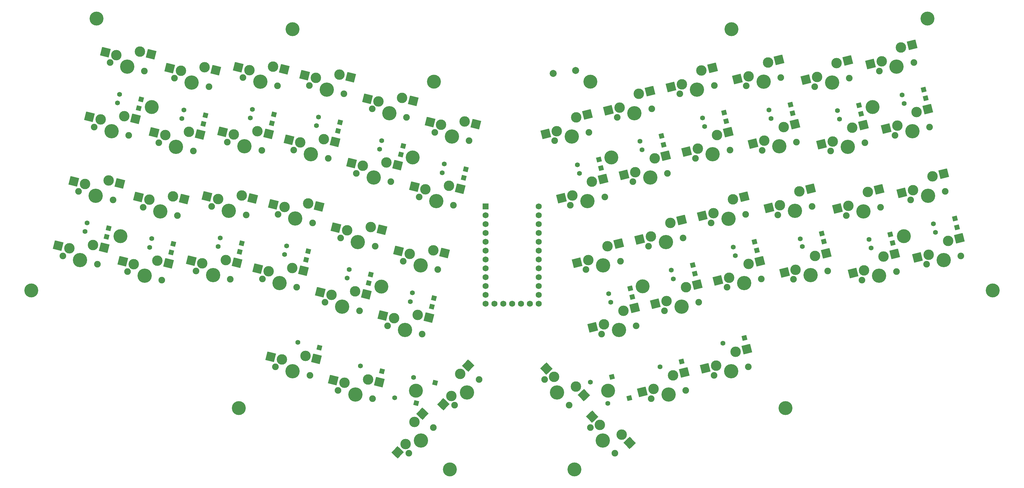
<source format=gbs>
%TF.GenerationSoftware,KiCad,Pcbnew,(6.0.0-0)*%
%TF.CreationDate,2022-01-08T14:54:34+00:00*%
%TF.ProjectId,atreis,61747265-6973-42e6-9b69-6361645f7063,rev?*%
%TF.SameCoordinates,Original*%
%TF.FileFunction,Soldermask,Bot*%
%TF.FilePolarity,Negative*%
%FSLAX46Y46*%
G04 Gerber Fmt 4.6, Leading zero omitted, Abs format (unit mm)*
G04 Created by KiCad (PCBNEW (6.0.0-0)) date 2022-01-08 14:54:34*
%MOMM*%
%LPD*%
G01*
G04 APERTURE LIST*
G04 Aperture macros list*
%AMRotRect*
0 Rectangle, with rotation*
0 The origin of the aperture is its center*
0 $1 length*
0 $2 width*
0 $3 Rotation angle, in degrees counterclockwise*
0 Add horizontal line*
21,1,$1,$2,0,0,$3*%
G04 Aperture macros list end*
%ADD10C,4.000000*%
%ADD11C,1.752600*%
%ADD12R,1.752600X1.752600*%
%ADD13RotRect,2.550000X2.500000X193.669000*%
%ADD14RotRect,2.550000X2.500000X193.670000*%
%ADD15C,4.100000*%
%ADD16C,1.900000*%
%ADD17C,3.000000*%
%ADD18C,2.000000*%
%ADD19RotRect,2.550000X2.500000X166.330000*%
%ADD20RotRect,2.550000X2.500000X133.600000*%
%ADD21RotRect,2.550000X2.500000X226.400000*%
%ADD22C,1.400000*%
%ADD23RotRect,1.400000X1.400000X166.330000*%
%ADD24RotRect,1.400000X1.400000X193.670000*%
G04 APERTURE END LIST*
D10*
%TO.C,REF\u002A\u002A*%
X205841618Y-56205916D03*
%TD*%
%TO.C,REF\u002A\u002A*%
X261797818Y-149931917D03*
%TD*%
%TO.C,REF\u002A\u002A*%
X321259218Y-116099118D03*
%TD*%
%TO.C,REF\u002A\u002A*%
X302564819Y-38044917D03*
%TD*%
%TO.C,REF\u002A\u002A*%
X246329217Y-41143718D03*
%TD*%
%TO.C,REF\u002A\u002A*%
X160961898Y-56169172D03*
%TD*%
%TO.C,REF\u002A\u002A*%
X120446818Y-41143716D03*
%TD*%
%TO.C,REF\u002A\u002A*%
X64211217Y-38044917D03*
%TD*%
%TO.C,REF\u002A\u002A*%
X45516819Y-116099118D03*
%TD*%
%TO.C,REF\u002A\u002A*%
X104978219Y-149931916D03*
%TD*%
%TO.C,REF\u002A\u002A*%
X165557218Y-167508718D03*
%TD*%
%TO.C,REF\u002A\u002A*%
X201244217Y-167508716D03*
%TD*%
%TO.C,REF\u002A\u002A*%
X210947018Y-144902717D03*
%TD*%
%TO.C,REF\u002A\u002A*%
X155803619Y-144902717D03*
%TD*%
%TO.C,REF\u002A\u002A*%
X80035417Y-63470316D03*
%TD*%
D11*
%TO.C,U1*%
X188468015Y-119889268D03*
X185928015Y-119889268D03*
X183388015Y-119889268D03*
X180848015Y-119889268D03*
X178308015Y-119889268D03*
X191008015Y-91949268D03*
X191008015Y-94489268D03*
X191008015Y-97029268D03*
X191008015Y-99569268D03*
X191008015Y-102109268D03*
X191008015Y-104649268D03*
X191008015Y-107189268D03*
X191008015Y-109729268D03*
X191008015Y-112269268D03*
X191008015Y-114809268D03*
X191008015Y-117349268D03*
X191008015Y-119889268D03*
X175768015Y-119889268D03*
X175768015Y-117349268D03*
X175768015Y-114809268D03*
X175768015Y-112269268D03*
X175768015Y-109729268D03*
X175768015Y-107189268D03*
X175768015Y-104649268D03*
X175768015Y-102109268D03*
X175768015Y-99569268D03*
X175768015Y-97029268D03*
X175768015Y-94489268D03*
D12*
X175768015Y-91949268D03*
%TD*%
D10*
%TO.C,REF\u002A\u002A*%
X286791418Y-63470317D03*
%TD*%
%TO.C,REF\u002A\u002A*%
X295732217Y-100503515D03*
%TD*%
%TO.C,REF\u002A\u002A*%
X220827616Y-114956116D03*
%TD*%
%TO.C,REF\u002A\u002A*%
X211886818Y-77948317D03*
%TD*%
%TO.C,REF\u002A\u002A*%
X145948417Y-114981516D03*
%TD*%
%TO.C,REF\u002A\u002A*%
X154914617Y-77897517D03*
%TD*%
%TO.C,*%
X71043818Y-100503518D03*
%TD*%
D13*
%TO.C,MX29*%
X205008978Y-65611782D03*
D14*
X193048438Y-71134861D03*
D15*
X200533018Y-71928517D03*
D16*
X195596919Y-73129070D03*
X205469117Y-70727964D03*
D17*
X196230667Y-70360883D03*
X201800514Y-66392141D03*
%TD*%
D13*
%TO.C,MX55*%
X232740788Y-139684439D03*
X220780248Y-145207518D03*
D16*
X233200927Y-144800621D03*
D17*
X223962477Y-144433540D03*
D16*
X223328729Y-147201727D03*
D15*
X228264828Y-146001174D03*
D17*
X229532324Y-140464798D03*
%TD*%
D13*
%TO.C,MX36*%
X227481174Y-77398834D03*
D14*
X215520634Y-82921913D03*
D17*
X224272710Y-78179193D03*
X218702863Y-82147935D03*
D16*
X218069115Y-84916122D03*
X227941313Y-82515016D03*
D15*
X223005214Y-83715569D03*
%TD*%
D18*
%TO.C,SW1*%
X201599790Y-52990443D03*
X195148240Y-53782593D03*
%TD*%
D19*
%TO.C,MX18*%
X164024667Y-105393795D03*
X150863574Y-104806814D03*
D17*
X160816203Y-104613435D03*
D15*
X157147600Y-108949257D03*
D16*
X152211501Y-107748704D03*
X162083699Y-110149810D03*
D17*
X154045803Y-105580793D03*
%TD*%
D19*
%TO.C,MX14*%
X89382905Y-89853541D03*
X76221812Y-89266560D03*
D16*
X77569739Y-92208450D03*
X87441937Y-94609556D03*
D15*
X82505838Y-93409003D03*
D17*
X86174441Y-89073181D03*
X79404041Y-90040539D03*
%TD*%
D19*
%TO.C,MX2*%
X98387051Y-52832805D03*
X85225958Y-52245824D03*
D16*
X86573885Y-55187714D03*
D17*
X95178587Y-52052445D03*
D15*
X91509984Y-56388267D03*
D16*
X96446083Y-57588820D03*
D17*
X88408187Y-53019803D03*
%TD*%
D13*
%TO.C,MX44*%
X269003991Y-86905052D03*
D14*
X257043451Y-92428131D03*
D17*
X265795527Y-87685411D03*
X260225680Y-91654153D03*
D16*
X269464130Y-92021234D03*
X259591932Y-94422340D03*
D15*
X264528031Y-93221787D03*
%TD*%
D19*
%TO.C,MX3*%
X118037951Y-52645584D03*
X104876858Y-52058603D03*
D17*
X108059087Y-52832582D03*
D16*
X106224785Y-55000493D03*
D15*
X111160884Y-56201046D03*
D17*
X114829487Y-51865224D03*
D16*
X116096983Y-57401599D03*
%TD*%
D20*
%TO.C,MX54*%
X217095546Y-159931811D03*
X206341438Y-152322075D03*
D16*
X205884729Y-155525673D03*
D17*
X208599942Y-154693738D03*
D16*
X212891263Y-162883259D03*
D17*
X214818423Y-157540595D03*
D15*
X209387996Y-159204466D03*
%TD*%
D19*
%TO.C,MX8*%
X93884977Y-71343172D03*
X80723884Y-70756191D03*
D15*
X87007910Y-74898634D03*
D16*
X82071811Y-73698081D03*
X91944009Y-76099187D03*
D17*
X83906113Y-71530170D03*
X90676513Y-70562812D03*
%TD*%
D19*
%TO.C,MX25*%
X127326879Y-135722387D03*
X114165787Y-135135406D03*
D17*
X124118415Y-134942027D03*
X117348015Y-135909385D03*
D16*
X125385911Y-140478402D03*
D15*
X120449812Y-139277849D03*
D16*
X115513713Y-138077296D03*
%TD*%
D19*
%TO.C,MX1*%
X79876681Y-48330727D03*
X66715589Y-47743746D03*
D17*
X69897817Y-48517725D03*
D15*
X72999614Y-51886189D03*
D16*
X77935713Y-53086742D03*
D17*
X76668217Y-47550367D03*
D16*
X68063515Y-50685636D03*
%TD*%
D19*
%TO.C,MX22*%
X123582343Y-110457527D03*
X110421250Y-109870546D03*
D16*
X121641375Y-115213542D03*
D17*
X113603479Y-110644525D03*
D16*
X111769177Y-112812436D03*
D17*
X120373879Y-109677167D03*
D15*
X116705276Y-114012989D03*
%TD*%
D19*
%TO.C,MX21*%
X104531725Y-108176691D03*
X91370632Y-107589710D03*
D16*
X92718559Y-110531600D03*
X102590757Y-112932706D03*
D17*
X101323261Y-107396331D03*
D15*
X97654658Y-111732153D03*
D17*
X94552861Y-108363689D03*
%TD*%
D13*
%TO.C,MX49*%
X254429209Y-107702635D03*
D14*
X242468669Y-113225714D03*
D17*
X251220745Y-108482994D03*
D16*
X245017150Y-115219923D03*
D17*
X245650898Y-112451736D03*
D15*
X249953249Y-114019370D03*
D16*
X254889348Y-112818817D03*
%TD*%
D19*
%TO.C,MX24*%
X159522588Y-123904165D03*
X146361495Y-123317184D03*
D17*
X149543724Y-124091163D03*
X156314124Y-123123805D03*
D15*
X152645521Y-127459627D03*
D16*
X157581620Y-128660180D03*
X147709422Y-126259074D03*
%TD*%
D13*
%TO.C,MX31*%
X240922983Y-52171521D03*
D14*
X228962443Y-57694600D03*
D15*
X236447023Y-58488256D03*
D17*
X237714519Y-52951880D03*
D16*
X231510924Y-59688809D03*
D17*
X232144672Y-56920622D03*
D16*
X241383122Y-57287703D03*
%TD*%
D20*
%TO.C,MX53*%
X203958295Y-146136336D03*
X193204187Y-138526600D03*
D16*
X192747478Y-141730198D03*
D17*
X195462691Y-140898263D03*
D16*
X199754012Y-149087784D03*
D17*
X201681172Y-143745120D03*
D15*
X196250745Y-145408991D03*
%TD*%
D13*
%TO.C,MX38*%
X264501914Y-68394679D03*
D14*
X252541374Y-73917758D03*
D16*
X255089855Y-75911967D03*
D15*
X260025954Y-74711414D03*
D16*
X264962053Y-73510861D03*
D17*
X255723603Y-73143780D03*
X261293450Y-69175038D03*
%TD*%
D19*
%TO.C,MX17*%
X146054541Y-98670473D03*
X132893448Y-98083492D03*
D16*
X134241375Y-101025382D03*
D17*
X142846077Y-97890113D03*
X136075677Y-98857471D03*
D16*
X144113573Y-103426488D03*
D15*
X139177474Y-102225935D03*
%TD*%
D19*
%TO.C,MX6*%
X173028811Y-68373057D03*
X159867718Y-67786076D03*
D17*
X163049947Y-68560055D03*
X169820347Y-67592697D03*
D16*
X171087843Y-73129072D03*
X161215645Y-70727966D03*
D15*
X166151744Y-71928519D03*
%TD*%
D19*
%TO.C,MX12*%
X168526736Y-86883425D03*
X155365643Y-86296444D03*
D15*
X161649669Y-90438887D03*
D16*
X166585768Y-91639440D03*
X156713570Y-89238334D03*
D17*
X165318272Y-86103065D03*
X158547872Y-87070423D03*
%TD*%
D13*
%TO.C,MX42*%
X231983249Y-95909203D03*
D14*
X220022709Y-101432282D03*
D17*
X228774785Y-96689562D03*
D16*
X222571190Y-103426491D03*
D15*
X227507289Y-102225938D03*
D16*
X232443388Y-101025385D03*
D17*
X223204938Y-100658304D03*
%TD*%
D13*
%TO.C,MX35*%
X209511050Y-84122151D03*
D14*
X197550510Y-89645230D03*
D16*
X209971189Y-89238333D03*
D17*
X206302586Y-84902510D03*
D15*
X205035090Y-90438886D03*
D16*
X200098991Y-91639439D03*
D17*
X200732739Y-88871252D03*
%TD*%
D13*
%TO.C,MX32*%
X259999836Y-49884309D03*
D14*
X248039296Y-55407388D03*
D15*
X255523876Y-56201044D03*
D17*
X251221525Y-54633410D03*
D16*
X260459975Y-55000491D03*
D17*
X256791372Y-50664668D03*
D16*
X250587777Y-57401597D03*
%TD*%
D19*
%TO.C,MX5*%
X155058688Y-61649734D03*
X141897595Y-61062753D03*
D17*
X145079824Y-61836732D03*
X151850224Y-60869374D03*
D15*
X148181621Y-65205196D03*
D16*
X153117720Y-66405749D03*
X143245522Y-64004643D03*
%TD*%
D13*
%TO.C,MX46*%
X307165254Y-82590192D03*
D14*
X295204714Y-88113271D03*
D16*
X307625393Y-87706374D03*
D17*
X303956790Y-83370551D03*
X298386943Y-87339293D03*
D15*
X302689294Y-88906927D03*
D16*
X297753195Y-90107480D03*
%TD*%
D19*
%TO.C,MX11*%
X150556615Y-80160106D03*
X137395522Y-79573125D03*
D17*
X147348151Y-79379746D03*
D16*
X138743449Y-82515015D03*
D15*
X143679548Y-83715568D03*
D17*
X140577751Y-80347104D03*
D16*
X148615647Y-84916121D03*
%TD*%
D13*
%TO.C,MX51*%
X293156961Y-105602639D03*
D14*
X281196421Y-111125718D03*
D16*
X283744902Y-113119927D03*
D17*
X289948497Y-106382998D03*
D15*
X288681001Y-111919374D03*
D16*
X293617100Y-110718821D03*
D17*
X284378650Y-110351740D03*
%TD*%
D19*
%TO.C,MX10*%
X132586491Y-73436786D03*
X119425398Y-72849805D03*
D17*
X129378027Y-72656426D03*
D16*
X120773325Y-75791695D03*
D15*
X125709424Y-76992248D03*
D16*
X130645523Y-78192801D03*
D17*
X122607627Y-73623784D03*
%TD*%
D13*
%TO.C,MX52*%
X311667327Y-101100564D03*
D14*
X299706787Y-106623643D03*
D17*
X302889016Y-105849665D03*
D16*
X312127466Y-106216746D03*
D15*
X307191367Y-107417299D03*
D16*
X302255268Y-108617852D03*
D17*
X308458863Y-101880923D03*
%TD*%
D13*
%TO.C,MX45*%
X288654886Y-87092270D03*
D14*
X276694346Y-92615349D03*
D17*
X279876575Y-91841371D03*
D16*
X289115025Y-92208452D03*
D15*
X284178926Y-93409005D03*
D16*
X279242827Y-94609558D03*
D17*
X285446422Y-87872629D03*
%TD*%
D21*
%TO.C,MX28*%
X170783978Y-137675110D03*
X163708663Y-148788113D03*
D17*
X168506855Y-140066325D03*
X165967167Y-146416450D03*
D15*
X170434014Y-145408989D03*
D16*
X173937281Y-141730196D03*
X166930747Y-149087782D03*
%TD*%
D19*
%TO.C,MX20*%
X84880826Y-108363913D03*
X71719733Y-107776932D03*
D17*
X81672362Y-107583553D03*
D15*
X78003759Y-111919375D03*
D16*
X82939858Y-113119928D03*
X73067660Y-110718822D03*
D17*
X74901962Y-108550911D03*
%TD*%
D13*
%TO.C,MX37*%
X245425059Y-70681897D03*
D14*
X233464519Y-76204976D03*
D15*
X240949099Y-76998632D03*
D16*
X245885198Y-75798079D03*
D17*
X236646748Y-75430998D03*
D16*
X236013000Y-78199185D03*
D17*
X242216595Y-71462256D03*
%TD*%
D13*
%TO.C,MX34*%
X298161102Y-45569454D03*
D14*
X286200562Y-51092533D03*
D17*
X294952638Y-46349813D03*
D16*
X288749043Y-53086742D03*
D17*
X289382791Y-50318555D03*
D16*
X298621241Y-50685636D03*
D15*
X293685142Y-51886189D03*
%TD*%
D13*
%TO.C,MX50*%
X273506061Y-105415422D03*
D14*
X261545521Y-110938501D03*
D15*
X269030101Y-111732157D03*
D16*
X264094002Y-112932710D03*
D17*
X270297597Y-106195781D03*
D16*
X273966200Y-110531604D03*
D17*
X264727750Y-110164523D03*
%TD*%
D13*
%TO.C,MX40*%
X302663181Y-64079825D03*
D14*
X290702641Y-69602904D03*
D17*
X293884870Y-68828926D03*
D16*
X303123320Y-69196007D03*
D17*
X299454717Y-64860184D03*
D16*
X293251122Y-71597113D03*
D15*
X298187221Y-70396560D03*
%TD*%
D19*
%TO.C,MX23*%
X141552465Y-117180848D03*
X128391372Y-116593867D03*
D17*
X131573601Y-117367846D03*
D15*
X134675398Y-120736310D03*
D16*
X129739299Y-119535757D03*
D17*
X138344001Y-116400488D03*
D16*
X139611497Y-121936863D03*
%TD*%
D13*
%TO.C,MX48*%
X236485323Y-114419576D03*
D14*
X224524783Y-119942655D03*
D16*
X236945462Y-119535758D03*
D17*
X233276859Y-115199935D03*
D16*
X227073264Y-121936864D03*
D15*
X232009363Y-120736311D03*
D17*
X227707012Y-119168677D03*
%TD*%
D19*
%TO.C,MX9*%
X113535873Y-71155955D03*
X100374780Y-70568974D03*
D16*
X101722707Y-73510864D03*
X111594905Y-75911970D03*
D15*
X106658806Y-74711417D03*
D17*
X110327409Y-70375595D03*
X103557009Y-71342953D03*
%TD*%
D19*
%TO.C,MX7*%
X75374606Y-66841099D03*
X62213513Y-66254118D03*
D16*
X73433638Y-71597114D03*
X63561440Y-69196008D03*
D17*
X65395742Y-67028097D03*
X72166142Y-66060739D03*
D15*
X68497539Y-70396561D03*
%TD*%
D13*
%TO.C,MX56*%
X250710908Y-132961119D03*
X238750368Y-138484198D03*
D16*
X241298849Y-140478407D03*
D17*
X241932597Y-137710220D03*
D16*
X251171047Y-138077301D03*
D15*
X246234948Y-139277854D03*
D17*
X247502444Y-133741478D03*
%TD*%
D13*
%TO.C,MX33*%
X279650738Y-50071526D03*
D14*
X267690198Y-55594605D03*
D16*
X280110877Y-55187708D03*
D17*
X276442274Y-50851885D03*
D16*
X270238679Y-57588814D03*
D15*
X275174778Y-56388261D03*
D17*
X270872427Y-54820627D03*
%TD*%
D13*
%TO.C,MX39*%
X284152811Y-68581898D03*
D14*
X272192271Y-74104977D03*
D16*
X284612950Y-73698080D03*
X274740752Y-76099186D03*
D17*
X280944347Y-69362257D03*
X275374500Y-73330999D03*
D15*
X279676851Y-74898633D03*
%TD*%
D13*
%TO.C,MX47*%
X218515202Y-121142892D03*
D14*
X206554662Y-126665971D03*
D16*
X209103143Y-128660180D03*
D17*
X215306738Y-121923251D03*
X209736891Y-125891993D03*
D15*
X214039242Y-127459627D03*
D16*
X218975341Y-126259074D03*
%TD*%
D19*
%TO.C,MX19*%
X66370456Y-103861839D03*
X53209363Y-103274858D03*
D15*
X59493389Y-107417301D03*
D17*
X56391592Y-104048837D03*
D16*
X64429488Y-108617854D03*
D17*
X63161992Y-103081479D03*
D16*
X54557290Y-106216748D03*
%TD*%
D19*
%TO.C,MX13*%
X70872530Y-85351468D03*
X57711437Y-84764487D03*
D17*
X60893666Y-85538466D03*
X67664066Y-84571108D03*
D15*
X63995463Y-88906930D03*
D16*
X59059364Y-87706377D03*
X68931562Y-90107483D03*
%TD*%
D19*
%TO.C,MX16*%
X128084422Y-91947152D03*
X114923329Y-91360171D03*
D16*
X126143454Y-96703167D03*
D17*
X124875958Y-91166792D03*
D16*
X116271256Y-94302061D03*
D17*
X118105558Y-92134150D03*
D15*
X121207355Y-95502614D03*
%TD*%
D17*
%TO.C,MX4*%
X127109708Y-55113412D03*
D16*
X135147604Y-59682429D03*
D17*
X133880108Y-54146054D03*
D15*
X130211505Y-58481876D03*
D16*
X125275406Y-57281323D03*
D19*
X123927479Y-54339433D03*
X137088572Y-54926414D03*
%TD*%
%TO.C,MX15*%
X109033798Y-89666326D03*
X95872705Y-89079345D03*
D16*
X97220632Y-92021235D03*
D17*
X99054934Y-89853324D03*
X105825334Y-88885966D03*
D16*
X107092830Y-94422341D03*
D15*
X102156731Y-93221788D03*
%TD*%
D13*
%TO.C,MX30*%
X222979098Y-58888461D03*
D14*
X211018558Y-64411540D03*
D15*
X218503138Y-65205196D03*
D17*
X219770634Y-59668820D03*
D16*
X223439237Y-64004643D03*
D17*
X214200787Y-63637562D03*
D16*
X213567039Y-66405749D03*
%TD*%
D19*
%TO.C,MX26*%
X145296998Y-142445708D03*
X132135906Y-141858727D03*
D16*
X133483832Y-144800617D03*
D15*
X138419931Y-146001170D03*
D17*
X142088534Y-141665348D03*
X135318134Y-142632706D03*
D16*
X143356030Y-147201723D03*
%TD*%
D13*
%TO.C,MX41*%
X214013127Y-102632521D03*
D14*
X202052587Y-108155600D03*
D17*
X210804663Y-103412880D03*
D16*
X214473266Y-107748703D03*
D15*
X209537167Y-108949256D03*
D16*
X204601068Y-110149809D03*
D17*
X205234816Y-107381622D03*
%TD*%
D13*
%TO.C,MX43*%
X249927132Y-89192265D03*
D14*
X237966592Y-94715344D03*
D17*
X241148821Y-93941366D03*
D16*
X250387271Y-94308447D03*
D15*
X245451172Y-95509000D03*
D16*
X240515073Y-96709553D03*
D17*
X246718668Y-89972624D03*
%TD*%
D21*
%TO.C,MX27*%
X157646727Y-151470585D03*
X150571412Y-162583588D03*
D16*
X160800030Y-155525671D03*
D17*
X155369604Y-153861800D03*
X152829916Y-160211925D03*
D16*
X153793496Y-162883257D03*
D15*
X157296763Y-159204464D03*
%TD*%
D22*
%TO.C,D28*%
X155119750Y-141111290D03*
D23*
X161289874Y-142611982D03*
%TD*%
D22*
%TO.C,D11*%
X145365272Y-75581253D03*
D23*
X151535396Y-77081945D03*
%TD*%
D22*
%TO.C,D54*%
X210877290Y-148563212D03*
D24*
X217047414Y-147062520D03*
%TD*%
D22*
%TO.C,D40*%
X295852353Y-62442321D03*
D24*
X302022477Y-60941629D03*
%TD*%
D22*
%TO.C,D24*%
X154207842Y-119295302D03*
D23*
X160377966Y-120795994D03*
%TD*%
D22*
%TO.C,D29*%
X202099943Y-80016599D03*
D24*
X208270067Y-78515907D03*
%TD*%
D22*
%TO.C,D8*%
X88693634Y-66764322D03*
D23*
X94863758Y-68265014D03*
%TD*%
D22*
%TO.C,D37*%
X238640464Y-69038011D03*
D24*
X244810588Y-67537319D03*
%TD*%
D22*
%TO.C,D43*%
X246797532Y-103650728D03*
D24*
X252967656Y-102150036D03*
%TD*%
D22*
%TO.C,D49*%
X247397809Y-106118780D03*
D24*
X253567933Y-104618088D03*
%TD*%
D22*
%TO.C,D12*%
X163335393Y-82304571D03*
D23*
X169505517Y-83805263D03*
%TD*%
D22*
%TO.C,D47*%
X211704371Y-119505390D03*
D24*
X217874495Y-118004698D03*
%TD*%
D22*
%TO.C,D23*%
X154808117Y-116827254D03*
D23*
X160978241Y-118327946D03*
%TD*%
D22*
%TO.C,D39*%
X277341978Y-66944397D03*
D24*
X283512102Y-65443705D03*
%TD*%
D22*
%TO.C,D55*%
X225878478Y-138015984D03*
D24*
X232048602Y-136515292D03*
%TD*%
D22*
%TO.C,D50*%
X266635207Y-103531112D03*
D24*
X272805331Y-102030420D03*
%TD*%
D22*
%TO.C,D16*%
X79442679Y-103725035D03*
D23*
X85612803Y-105225727D03*
%TD*%
D22*
%TO.C,D30*%
X220070065Y-73293279D03*
D24*
X226240189Y-71792587D03*
%TD*%
D22*
%TO.C,D31*%
X238040189Y-66569957D03*
D24*
X244210313Y-65069265D03*
%TD*%
D22*
%TO.C,D27*%
X149698876Y-146955322D03*
D23*
X155869000Y-148456014D03*
%TD*%
D22*
%TO.C,D26*%
X139910331Y-137775879D03*
D23*
X146080455Y-139276571D03*
%TD*%
D22*
%TO.C,D44*%
X266094959Y-101309871D03*
D24*
X272265083Y-99809179D03*
%TD*%
D22*
%TO.C,D41*%
X211104094Y-117037342D03*
D24*
X217274218Y-115536650D03*
%TD*%
D22*
%TO.C,D25*%
X121940210Y-131052561D03*
D23*
X128110334Y-132553253D03*
%TD*%
D22*
%TO.C,D42*%
X229074217Y-110314022D03*
D24*
X235244341Y-108813330D03*
%TD*%
D22*
%TO.C,D33*%
X276741703Y-64476348D03*
D24*
X282911827Y-62975656D03*
%TD*%
D22*
%TO.C,D10*%
X127271749Y-68827919D03*
D23*
X133441873Y-70328611D03*
%TD*%
D22*
%TO.C,D56*%
X243848599Y-131292659D03*
D24*
X250018723Y-129791967D03*
%TD*%
D22*
%TO.C,D38*%
X257691084Y-66757179D03*
D24*
X263861208Y-65256487D03*
%TD*%
D22*
%TO.C,D6*%
X163935670Y-79836524D03*
D23*
X170105794Y-81337216D03*
%TD*%
D22*
%TO.C,D17*%
X99693852Y-101069768D03*
D23*
X105863976Y-102570460D03*
%TD*%
D22*
%TO.C,D48*%
X229674491Y-112782070D03*
D24*
X235844615Y-111281378D03*
%TD*%
D22*
%TO.C,D2*%
X89293910Y-64296274D03*
D23*
X95464034Y-65796966D03*
%TD*%
D22*
%TO.C,D51*%
X286346130Y-103965139D03*
D24*
X292516254Y-102464447D03*
%TD*%
D22*
%TO.C,D22*%
X136114317Y-112541968D03*
D23*
X142284441Y-114042660D03*
%TD*%
D22*
%TO.C,D9*%
X108344531Y-66577102D03*
D23*
X114514655Y-68077794D03*
%TD*%
D22*
%TO.C,D36*%
X220670342Y-75761331D03*
D24*
X226840466Y-74260639D03*
%TD*%
D22*
%TO.C,D46*%
X304256227Y-96995015D03*
D24*
X310426351Y-95494323D03*
%TD*%
D22*
%TO.C,D1*%
X70783540Y-59794199D03*
D23*
X76953664Y-61294891D03*
%TD*%
D22*
%TO.C,D34*%
X295252073Y-59974273D03*
D24*
X301422197Y-58473581D03*
%TD*%
D22*
%TO.C,D21*%
X136714593Y-110073918D03*
D23*
X142884717Y-111574610D03*
%TD*%
D22*
%TO.C,D20*%
X118144193Y-105818646D03*
D23*
X124314317Y-107319338D03*
%TD*%
D22*
%TO.C,D45*%
X285745855Y-101497091D03*
D24*
X291915979Y-99996399D03*
%TD*%
D22*
%TO.C,D3*%
X108944807Y-64109054D03*
D23*
X115114931Y-65609746D03*
%TD*%
D22*
%TO.C,D14*%
X60932308Y-99222959D03*
D23*
X67102432Y-100723651D03*
%TD*%
D22*
%TO.C,D32*%
X257090806Y-64289129D03*
D24*
X263260930Y-62788437D03*
%TD*%
D22*
%TO.C,D52*%
X304856499Y-99463065D03*
D24*
X311026623Y-97962373D03*
%TD*%
D22*
%TO.C,D19*%
X118744472Y-103350599D03*
D23*
X124914596Y-104851291D03*
%TD*%
D22*
%TO.C,D13*%
X61532586Y-96754912D03*
D23*
X67702710Y-98255604D03*
%TD*%
D22*
%TO.C,D53*%
X205839968Y-142469051D03*
D24*
X212010092Y-140968359D03*
%TD*%
D22*
%TO.C,D5*%
X145965548Y-73113205D03*
D23*
X152135672Y-74613897D03*
%TD*%
D22*
%TO.C,D18*%
X99093576Y-103537816D03*
D23*
X105263700Y-105038508D03*
%TD*%
D22*
%TO.C,D15*%
X80042957Y-101256985D03*
D23*
X86213081Y-102757677D03*
%TD*%
D22*
%TO.C,D4*%
X127872025Y-66359870D03*
D23*
X134042149Y-67860562D03*
%TD*%
D22*
%TO.C,D7*%
X70183264Y-62262248D03*
D23*
X76353388Y-63762940D03*
%TD*%
D22*
%TO.C,D35*%
X202700221Y-82484650D03*
D24*
X208870345Y-80983958D03*
%TD*%
M02*

</source>
